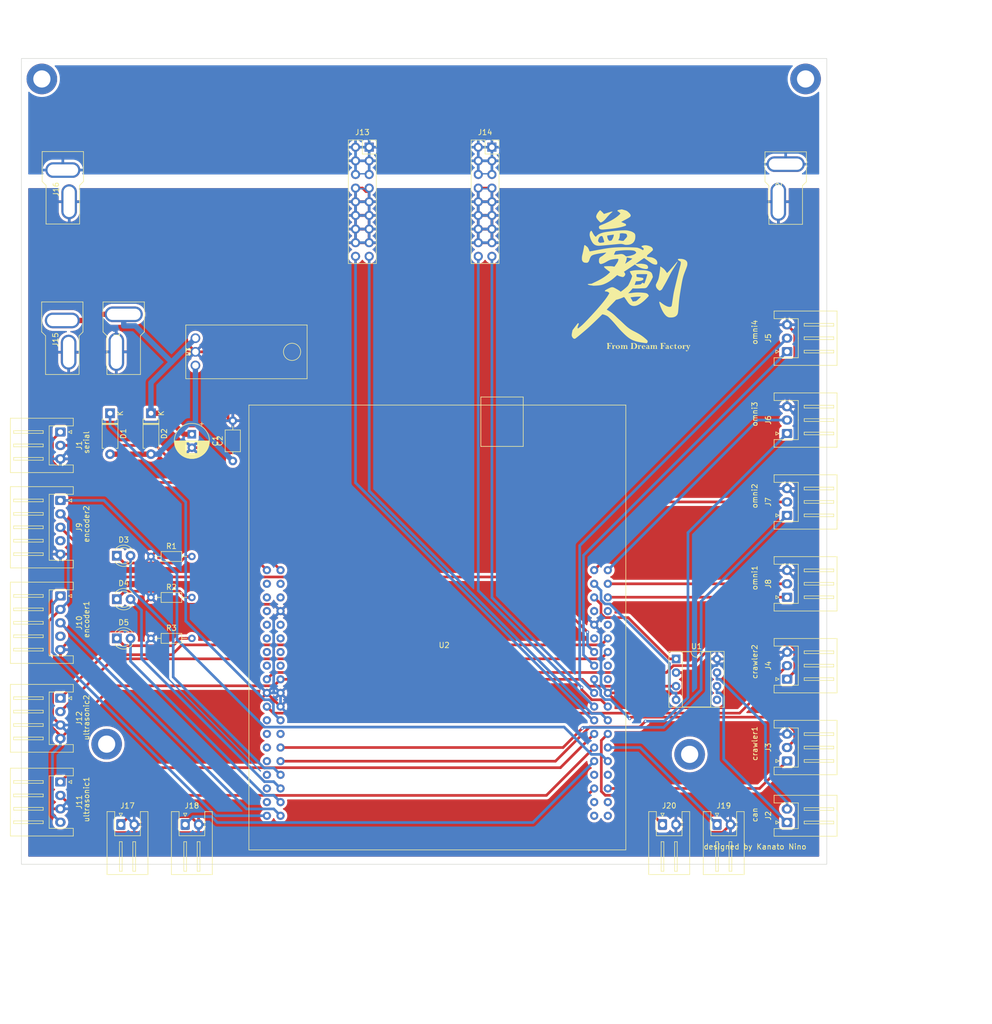
<source format=kicad_pcb>
(kicad_pcb (version 20221018) (generator pcbnew)
  (layers (0 "F.Cu" signal) (31 "B.Cu" signal) (34 "B.Paste" user) (35 "F.Paste" user) (36 "B.SilkS" user "B.Silkscreen") (37 "F.SilkS" user "F.Silkscreen") (38 "B.Mask" user) (39 "F.Mask" user) (44 "Edge.Cuts" user))
  (net 0 "")
  (net 1 "GND")
  (net 2 "Net-(D5-K)")
  (net 3 "Net-(D4-K)")
  (net 4 "Net-(D3-K)")
  (net 5 "+BATT")
  (net 6 "5vin")
  (net 7 "CAN_TD")
  (net 9 "CAN_L")
  (net 10 "5vOut")
  (net 11 "CAN_H")
  (net 12 "CAN_RD")
  (net 13 "serial_TX")
  (net 14 "serial_RX")
  (net 27 "3vOut")
  (net 28 "Caterpillar2_D")
  (net 29 "Caterpillar2_P")
  (net 31 "Net-(D1-A1)")
  (net 35 "Omni2_D")
  (net 37 "Omni3_D")
  (net 39 "LED1")
  (net 41 "LED2")
  (net 43 "LED3")
  (net 44 "1b")
  (net 45 "1a")
  (net 46 "Omni2_P")
  (net 47 "Omni3_P")
  (net 48 "Omni1_P")
  (net 49 "Omni1_D")
  (net 54 "Sonic2_trigger")
  (net 55 "2a")
  (net 56 "Sonic2_echo")
  (net 57 "Omni4_D")
  (net 59 "Caterpillar1_P")
  (net 61 "Omni4_P")
  (net 62 "Updown2_P")
  (net 63 "Updown2_D")
  (net 64 "Updown1_P")
  (net 65 "Updown1_D")
  (net 66 "Sonic1_trigger")
  (net 67 "Limit1")
  (net 68 "Limit4")
  (net 69 "Limit2")
  (net 70 "Limit3")
  (net 71 "2b")
  (net 74 "Sonic1_echo")
  (net 75 "Caterpillar1_D")
  (net 80 "4cell")
  (footprint "Connector_JST:JST_XH_S2B-XH-A_1x02_P2.50mm_Horizontal" (layer "F.Cu") (at 44.47 156.57)
    (fp_text reference "J18")
    (fp_text value "Connector_Conn_01x02_Male")
  )
  (footprint "Capacitor_THT:CP_Radial_D6.3mm_P2.50mm" (layer "F.Cu") (at 45.72 83.92 -90)
    (fp_text reference "C1")
    (fp_text value "CP1")
  )
  (footprint "Regulator:NJM7805FA" (layer "F.Cu") (at 46.38 66.04 90)
    (fp_text reference "U3")
    (fp_text value "L7805")
  )
  (footprint "Connector_PinSocket_2.54mm:PinSocket_2x09_P2.54mm_Vertical" (layer "F.Cu") (at 78.74 30.48)
    (fp_text reference "J13")
    (fp_text value "Conn_02x09_Odd_Even")
  )
  (footprint "MountingHole:MountingHole_3.2mm_M3_ISO7380_Pad" (layer "F.Cu") (at 160.02 17.78)
    (fp_text reference "H2" hide)
    (fp_text value "MountingHole")
  )
  (footprint "Connector_JST:JST_XH_S2B-XH-A_1x02_P2.50mm_Horizontal" (layer "F.Cu") (at 32.48 156.57)
    (fp_text reference "J17")
    (fp_text value "Connector_Conn_01x02_Male")
  )
  (footprint "Connector_PinSocket_2.54mm:PinSocket_2x09_P2.54mm_Vertical" (layer "F.Cu") (at 101.6 30.48)
    (fp_text reference "J14")
    (fp_text value "Conn_02x09_Odd_Even")
  )
  (footprint "Connector_JST:JST_XH_S3B-XH-A_1x03_P2.50mm_Horizontal" (layer "F.Cu") (at 156.57 144.74 90)
    (fp_text reference "J3")
    (fp_text value "Conn_01x03_Male")
  )
  (footprint "Diode_THT:D_A-405_P7.62mm_Horizontal" (layer "F.Cu") (at 38.1 80.01 -90)
    (fp_text reference "D2")
    (fp_text value "1.5KExxA")
  )
  (footprint "Connector_T:Connector_T_Female" (layer "F.Cu") (at 156.315 33.29 -90)
    (fp_text reference "J22")
    (fp_text value "Conn_01x02_Female")
  )
  (footprint "MountingHole:MountingHole_3.2mm_M3_ISO7380_Pad" (layer "F.Cu") (at 138.43 143.51)
    (fp_text reference "H4" hide)
    (fp_text value "MountingHole")
  )
  (footprint "Connector_T:Connector_T_Female" (layer "F.Cu") (at 33.02 61.24 -90)
    (fp_text reference "J21")
    (fp_text value "Conn_01x02_Female")
  )
  (footprint "LED_THT:LED_D3.0mm" (layer "F.Cu") (at 31.75 106.535)
    (fp_text reference "D3")
    (fp_text value "LED")
  )
  (footprint "Connector_JST:JST_XH_S3B-XH-A_1x03_P2.50mm_Horizontal" (layer "F.Cu") (at 156.57 68.54 90)
    (fp_text reference "J5")
    (fp_text value "Conn_01x03_Male")
  )
  (footprint "Connector_JST:JST_XH_S3B-XH-A_1x03_P2.50mm_Horizontal" (layer "F.Cu") (at 156.57 83.78 90)
    (fp_text reference "J6")
    (fp_text value "Conn_01x03_Male")
  )
  (footprint "Connector_JST:JST_XH_S2B-XH-A_1x02_P2.50mm_Horizontal" (layer "F.Cu") (at 133.37 156.57)
    (fp_text reference "J20")
    (fp_text value "Connector_Conn_01x02_Male")
  )
  (footprint "Connector_JST:JST_XH_S5B-XH-A_1x05_P2.50mm_Horizontal" (layer "F.Cu") (at 21.23 114.02 -90)
    (fp_text reference "J10")
    (fp_text value "Conn_01x05_Male")
  )
  (footprint "Connector_JST:JST_XH_S3B-XH-A_1x03_P2.50mm_Horizontal" (layer "F.Cu") (at 156.57 99.02 90)
    (fp_text reference "J7")
    (fp_text value "Conn_01x03_Male")
  )
  (footprint "Connector_JST:JST_XH_S4B-XH-A_1x04_P2.50mm_Horizontal" (layer "F.Cu") (at 21.23 133.05 -90)
    (fp_text reference "J12")
    (fp_text value "Conn_01x04_Male")
  )
  (footprint "Connector_T:Connector_T_Male" (layer "F.Cu") (at 21.685 33.24 -90)
    (fp_text reference "J16")
    (fp_text value "Conn_01x02_Male")
  )
  (footprint "NUCLEO_f446:Nucleof446re" (layer "F.Cu") (at 59.69 154.94)
    (fp_text reference "U2")
    (fp_text value "Nucleo_f446RE")
  )
  (footprint "MountingHole:MountingHole_3.2mm_M3_ISO7380_Pad" (layer "F.Cu") (at 29.845 141.605)
    (fp_text reference "H3" hide)
    (fp_text value "MountingHole")
  )
  (footprint "Capacitor_THT:C_Axial_L3.8mm_D2.6mm_P7.50mm_Horizontal" (layer "F.Cu") (at 53.34 88.9 90)
    (fp_text reference "C2")
    (fp_text value "C")
  )
  (footprint "LED_THT:LED_D3.0mm" (layer "F.Cu") (at 31.75 114.625)
    (fp_text reference "D4")
    (fp_text value "LED")
  )
  (footprint "Connector_JST:JST_XH_S2B-XH-A_1x02_P2.50mm_Horizontal" (layer "F.Cu") (at 156.57 156.19 90)
    (fp_text reference "J2")
    (fp_text value "Conn_01x02_Male")
  )
  (footprint "Connector_JST:JST_XH_S4B-XH-A_1x04_P2.50mm_Horizontal" (layer "F.Cu") (at 21.23 148.65 -90)
    (fp_text reference "J11")
    (fp_text value "Conn_01x04_Male")
  )
  (footprint "Connector_JST:JST_XH_S3B-XH-A_1x03_P2.50mm_Horizontal" (layer "F.Cu") (at 156.57 129.5 90)
    (fp_text reference "J4")
    (fp_text value "Conn_01x03_Male")
  )
  (footprint "MountingHole:MountingHole_3.2mm_M3_ISO7380_Pad" (layer "F.Cu") (at 17.78 17.78)
    (fp_text reference "H1" hide)
    (fp_text value "MountingHole")
  )
  (footprint "Resistor_THT:R_Axial_DIN0204_L3.6mm_D1.6mm_P7.62mm_Horizontal" (layer "F.Cu") (at 38.1 106.68)
    (fp_text reference "R1")
    (fp_text value "R")
  )
  (footprint "Connector_JST:JST_XH_S3B-XH-A_1x03_P2.50mm_Horizontal" (layer "F.Cu") (at 21.23 83.5 -90)
    (fp_text reference "J1")
    (fp_text value "Conn_01x03_Male")
  )
  (footprint "LED_THT:LED_D3.0mm" (layer "F.Cu") (at 31.75 121.92)
    (fp_text reference "D5")
    (fp_text value "LED")
  )
  (footprint "Connector_JST:JST_XH_S5B-XH-A_1x05_P2.50mm_Horizontal" (layer "F.Cu") (at 21.23 96.24 -90)
    (fp_text reference "J9")
    (fp_text value "Conn_01x05_Male")
  )
  (footprint "Resistor_THT:R_Axial_DIN0204_L3.6mm_D1.6mm_P7.62mm_Horizontal" (layer "F.Cu") (at 38.1 121.92)
    (fp_text reference "R3")
    (fp_text value "R")
  )
  (footprint "Connector_JST:JST_XH_S3B-XH-A_1x03_P2.50mm_Horizontal" (layer "F.Cu") (at 156.57 114.26 90)
    (fp_text reference "J8")
    (fp_text value "Conn_01x03_Male")
  )
  (footprint "Musojin_logo:musojin_logo50x28" (layer "F.Cu") (at 125.095 55.88)
    (fp_text reference "G***" hide)
    (fp_text value "LOGO" hide)
  )
  (footprint "Connector_T:Connector_T_Male" (layer "F.Cu") (at 21.59 61.24 -90)
    (fp_text reference "J15")
    (fp_text value "Conn_01x02_Male")
  )
  (footprint "Resistor_THT:R_Axial_DIN0204_L3.6mm_D1.6mm_P7.62mm_Horizontal" (layer "F.Cu") (at 38.1 114.3)
    (fp_text reference "R2")
    (fp_text value "R")
  )
  (footprint "Connector_JST:JST_XH_S2B-XH-A_1x02_P2.50mm_Horizontal" (layer "F.Cu") (at 143.53 156.57)
    (fp_text reference "J19")
    (fp_text value "Connector_Conn_01x02_Male")
  )
  (footprint "Diode_THT:D_A-405_P7.62mm_Horizontal" (layer "F.Cu") (at 30.48 80.01 -90)
    (fp_text reference "D1")
    (fp_text value "1.5KExxA")
  )
  (footprint "Package_DIP:DIP-8_W7.62mm_Socket" (layer "F.Cu") (at 135.9 125.74)
    (fp_text reference "U1")
    (fp_text value "MCP2561-E-MF")
  )
  (gr_rect (start 13.97 13.97) (end 163.97 163.97) (stroke (width 0.1)) (fill none) (layer "Edge.Cuts"))
  (gr_text "omni4" (at 151.13 67.31 90) (layer "F.SilkS") (effects (font (size 1 1)) (justify left bottom)))
  (gr_text "designed by Kanato Nino" (at 140.97 161.29) (layer "F.SilkS") (effects (font (size 1 1)) (justify left bottom)))
  (gr_text "ultrasonic1" (at 26.67 156.21 90) (layer "F.SilkS") (effects (font (size 1 1)) (justify left bottom)))
  (gr_text "crawler1" (at 151.13 144.78 90) (layer "F.SilkS") (effects (font (size 1 1)) (justify left bottom)))
  (gr_text "ultrasonic2" (at 26.67 140.97 90) (layer "F.SilkS") (effects (font (size 1 1)) (justify left bottom)))
  (gr_text "crawler2" (at 151.13 129.54 90) (layer "F.SilkS") (effects (font (size 1 1)) (justify left bottom)))
  (gr_text "can" (at 151.13 156.21 90) (layer "F.SilkS") (effects (font (size 1 1)) (justify left bottom)))
  (gr_text "omni3" (at 151.13 82.55 90) (layer "F.SilkS") (effects (font (size 1 1)) (justify left bottom)))
  (gr_text "serial" (at 26.67 87.63 90) (layer "F.SilkS") (effects (font (size 1 1)) (justify left bottom)))
  (gr_text "encoder2" (at 26.67 104.14 90) (layer "F.SilkS") (effects (font (size 1 1)) (justify left bottom)))
  (gr_text "omni1" (at 151.13 113.03 90) (layer "F.SilkS") (effects (font (size 1 1)) (justify left bottom)))
  (gr_text "omni2" (at 151.13 97.79 90) (layer "F.SilkS") (effects (font (size 1 1)) (justify left bottom)))
  (gr_text "encoder1" (at 26.67 121.92 90) (layer "F.SilkS") (effects (font (size 1 1)) (justify left bottom)))
  (segment (start 78.74 45.72) (end 77.5003 45.72) (width 0.5) (layer "F.Cu") (net 1))
  (segment (start 139.7297 128.28) (end 142.2697 125.74) (width 0.5) (layer "F.Cu") (net 1))
  (segment (start 52.0897 81.4) (end 47.0697 86.42) (width 0.5) (layer "F.Cu") (net 1))
  (segment (start 143.52 125.74) (end 142.2697 125.74) (width 0.5) (layer "F.Cu") (net 1))
  (segment (start 45.5187 155.1187) (end 37.7316 155.1187) (width 0.5) (layer "F.Cu") (net 1))
  (segment (start 38.1 121.92) (end 36.7496 120.5696) (width 0.5) (layer "F.Cu") (net 1))
  (segment (start 21.23 124.02) (end 21.23 125.3203) (width 0.5) (layer "F.Cu") (net 1))
  (segment (start 78.74 45.72) (end 78.74 43.18) (width 0.5) (layer "F.Cu") (net 1))
  (segment (start 99.06 38.1) (end 101.6 38.1) (width 0.5) (layer "F.Cu") (net 1))
  (segment (start 157.9964 76.0533) (end 156.57 77.4797) (width 0.5) (layer "F.Cu") (net 1))
  (segment (start 46.97 156.57) (end 45.5187 155.1187) (width 0.5) (layer "F.Cu") (net 1))
  (segment (start 78.74 38.7501) (end 78.1504 38.7501) (width 0.5) (layer "F.Cu") (net 1))
  (segment (start 101.6 43.18) (end 100.3603 43.18) (width 0.5) (layer "F.Cu") (net 1))
  (segment (start 146.03 156.57) (end 144.5787 158.0213) (width 0.5) (layer "F.Cu") (net 1))
  (segment (start 36.7496 120.5696) (end 24.6804 120.5696) (width 0.5) (layer "F.Cu") (net 1))
  (segment (start 52.4571 68.58) (end 52.4571 81.4) (width 0.5) (layer "F.Cu") (net 1))
  (segment (start 39.37 115.57) (end 36.7496 118.1904) (width 0.5) (layer "F.Cu") (net 1))
  (segment (start 31.645 68.59) (end 29.7447 68.59) (width 0.5) (layer "F.Cu") (net 1))
  (segment (start 78.74 40.64) (end 78.74 39.4003) (width 0.5) (layer "F.Cu") (net 1))
  (segment (start 138.6216 158.0213) (end 137.1703 156.57) (width 0.5) (layer "F.Cu") (net 1))
  (segment (start 52.4571 68.58) (end 46.38 68.58) (width 0.5) (layer "F.Cu") (net 1))
  (segment (start 54.5797 68.58) (end 52.4571 68.58) (width 0.5) (layer "F.Cu") (net 1))
  (segment (start 34.98 156.57) (end 36.2803 156.57) (width 0.5) (layer "F.Cu") (net 1))
  (segment (start 99.06 43.18) (end 100.3603 43.18) (width 0.5) (layer "F.Cu") (net 1))
  (segment (start 38.1 114.3) (end 39.37 115.57) (width 0.5) (layer "F.Cu") (net 1))
  (segment (start 76.2 48.26) (end 74.8997 48.26) (width 0.5) (layer "F.Cu") (net 1))
  (segment (start 99.06 48.26) (end 97.7597 48.26) (width 0.5) (layer "F.Cu") (net 1))
  (segment (start 47.0697 86.42) (end 45.72 86.42) (width 0.5) (layer "F.Cu") (net 1))
  (segment (start 60.96 115.57) (end 62.23 116.84) (width 0.5) (layer "F.Cu") (net 1))
  (segment (start 19.7825 126.7678) (end 21.23 125.3203) (width 0.5) (layer "F.Cu") (net 1))
  (segment (start 99.06 45.72) (end 100.3603 45.72) (width 0.5) (layer "F.Cu") (net 1))
  (segment (start 39.37 115.57) (end 60.96 115.57) (width 0.5) (layer "F.Cu") (net 1))
  (segment (start 76.2 43.18) (end 77.5003 43.18) (width 0.5) (layer "F.Cu") (net 1))
  (segment (start 78.74 48.26) (end 78.74 47.0203) (width 0.5) (layer "F.Cu") (net 1))
  (segment (start 37.7316 155.1187) (end 36.2803 156.57) (width 0.5) (layer "F.Cu") (net 1))
  (segment (start 24.6804 120.5696) (end 21.23 124.02) (width 0.5) (layer "F.Cu") (net 1))
  (segment (start 78.74 38.7501) (end 78.74 39.4003) (width 0.5) (layer "F.Cu") (net 1))
  (segment (start 76.2 45.72) (end 77.5003 45.72) (width 0.5) (layer "F.Cu") (net 1))
  (segment (start 78.74 46.3701) (end 78.74 47.0203) (width 0.5) (layer "F.Cu") (net 1))
  (segment (start 78.1504 38.7501) (end 77.5003 38.1) (width 0.5) (layer "F.Cu") (net 1))
  (segment (start 24.6804 120.5696) (end 24.6804 110.9907) (width 0.5) (layer "F.Cu") (net 1))
  (segment (start 99.06 40.64) (end 101.6 40.64) (width 0.5) (layer "F.Cu") (net 1))
  (segment (start 31.645 68.59) (end 33.5453 68.59) (width 0.5) (layer "F.Cu") (net 1))
  (segment (start 22.765 68.64) (end 29.6947 68.64) (width 0.5) (layer "F.Cu") (net 1))
  (segment (start 137.1575 128.28) (end 137.1575 131.349) (width 0.5) (layer "F.Cu") (net 1))
  (segment (start 156.57 63.54) (end 157.9964 64.9664) (width 0.5) (layer "F.Cu") (net 1))
  (segment (start 74.8997 48.26) (end 54.5797 68.58) (width 0.5) (layer "F.Cu") (net 1))
  (segment (start 101.6 45.72) (end 101.6 43.18) (width 0.5) (layer "F.Cu") (net 1))
  (segment (start 33.5553 68.58) (end 33.5453 68.59) (width 0.5) (layer "F.Cu") (net 1))
  (segment (start 46.38 68.58) (end 33.5553 68.58) (width 0.5) (layer "F.Cu") (net 1))
  (segment (start 136.4265 132.08) (end 123.19 132.08) (width 0.5) (layer "F.Cu") (net 1))
  (segment (start 137.1575 131.349) (end 136.4265 132.08) (width 0.5) (layer "F.Cu") (net 1))
  (segment (start 29.6947 68.64) (end 29.7447 68.59) (width 0.5) (layer "F.Cu") (net 1))
  (segment (start 78.74 48.26) (end 97.7597 48.26) (width 0.5) (layer "F.Cu") (net 1))
  (segment (start 78.74 43.18) (end 77.5003 43.18) (width 0.5) (layer "F.Cu") (net 1))
  (segment (start 137.1575 128.28) (end 139.7297 128.28) (width 0.5) (layer "F.Cu") (net 1))
  (segment (start 76.2 40.64) (end 78.74 40.64) (width 0.5) (layer "F.Cu") (net 1))
  (segment (start 76.2 38.1) (end 77.5003 38.1) (width 0.5) (layer "F.Cu") (net 1))
  (segment (start 101.6 40.64) (end 154.94 40.64) (width 0.5) (layer "F.Cu") (net 1))
  (segment (start 101.6 46.3701) (end 101.6 45.72) (width 0.5) (layer "F.Cu") (net 1))
  (segment (start 135.87 156.57) (end 137.1703 156.57) (width 0.5) (layer "F.Cu") (net 1))
  (segment (start 36.7496 118.1904) (end 36.7496 120.5696) (width 0.5) (layer "F.Cu") (net 1))
  (segment (start 144.5787 158.0213) (end 138.6216 158.0213) (width 0.5) (layer "F.Cu") (net 1))
  (segment (start 24.6804 110.9907) (end 21.23 107.5403) (width 0.5) (layer "F.Cu") (net 1))
  (segment (start 21.23 106.24) (end 21.23 107.5403) (width 0.5) (layer "F.Cu") (net 1))
  (segment (start 78.74 48.26) (end 76.2 48.26) (width 0.5) (layer "F.Cu") (net 1))
  (segment (start 78.74 38.1) (end 78.74 38.7501) (width 0.5) (layer "F.Cu") (net 1))
  (segment (start 78.74 46.3701) (end 78.74 45.72) (width 0.5) (layer "F.Cu") (net 1))
  (segment (start 157.9964 64.9664) (end 157.9964 76.0533) (width 0.5) (layer "F.Cu") (net 1))
  (segment (start 21.23 138.05) (end 19.7825 136.6025) (width 0.5) (layer "F.Cu") (net 1))
  (segment (start 52.4571 81.4) (end 52.0897 81.4) (width 0.5) (layer "F.Cu") (net 1))
  (segment (start 53.34 81.4) (end 52.4571 81.4) (width 0.5) (layer "F.Cu") (net 1))
  (segment (start 135.9 128.28) (end 137.1575 128.28) (width 0.5) (layer "F.Cu") (net 1))
  (segment (start 101.6 45.72) (end 100.3603 45.72) (width 0.5) (layer "F.Cu") (net 1))
  (segment (start 101.6 46.3701) (end 101.6 47.0203) (width 0.5) (layer "F.Cu") (net 1))
  (segment (start 156.57 78.78) (end 156.57 77.4797) (width 0.5) (layer "F.Cu") (net 1))
  (segment (start 101.6 48.26) (end 101.6 47.0203) (width 0.5) (layer "F.Cu") (net 1))
  (segment (start 101.6 48.26) (end 99.06 48.26) (width 0.5) (layer "F.Cu") (net 1))
  (segment (start 19.7825 136.6025) (end 19.7825 126.7678) (width 0.5) (layer "F.Cu") (net 1))
  (segment (start 22.765 68.64) (end 22.765 86.965) (width 0.5) (layer "B.Cu") (net 1))
  (segment (start 142.2688 152.8088) (end 146.03 156.57) (width 0.5) (layer "B.Cu") (net 1))
  (segment (start 22.765 86.965) (end 21.23 88.5) (width 0.5) (layer "B.Cu") (net 1))
  (segment (start 123.19 131.8808) (end 123.19 132.08) (width 0.5) (layer "B.Cu") (net 1))
  (segment (start 155.1126 136.9823) (end 155.1126 126.6686) (width 0.5) (layer "B.Cu") (net 1))
  (segment (start 143.52 125.74) (end 143.52 126.6686) (width 0.5) (layer "B.Cu") (net 1))
  (segment (start 60.96 118.11) (end 62.23 116.84) (width 0.5) (layer "B.Cu") (net 1))
  (segment (start 31.1978 64.5897) (end 31.645 64.5897) (width 0.5) (layer "B.Cu") (net 1))
  (segment (start 142.2688 127.6945) (end 142.2688 152.8088) (width 0.5) (layer "B.Cu") (net 1))
  (segment (start 155.1126 125.9574) (end 156.57 124.5) (width 0.5) (layer "B.Cu") (net 1))
  (segment (start 158.0677 121.702) (end 158.0677 110.7577) (width 0.5) (layer "B.Cu") (net 1))
  (segment (start 158.0175 80.2275) (end 158.0175 91.2722) (width 0.5) (layer "B.Cu") (net 1))
  (segment (start 156.57 124.5) (end 156.57 123.1997) (width 0.5) (layer "B.Cu") (net 1))
  (segment (start 19.7825 104.7925) (end 19.7825 91.2478) (width 0.5) (layer "B.Cu") (net 1))
  (segment (start 76.2 43.18) (end 76.2 40.64) (width 0.5) (layer "B.Cu") (net 1))
  (segment (start 22.86 40.64) (end 22.86 56.2519) (width 0.5) (layer "B.Cu") (net 1))
  (segment (start 156.57 46.2703) (end 156.57 63.54) (width 0.5) (layer "B.Cu") (net 1))
  (segment (start 143.52 126.6686) (end 143.52 126.9903) (width 0.5) (layer "B.Cu") (net 1))
  (segment (start 31.645 68.59) (end 31.645 64.5897) (width 0.5) (layer "B.Cu") (net 1))
  (segment (start 120.65 119.38) (end 121.92 120.65) (width 0.5) (layer "B.Cu") (net 1))
  (segment (start 158.0175 91.2722) (end 156.57 92.7197) (width 0.5) (layer "B.Cu") (net 1))
  (segment (start 99.06 40.64) (end 99.06 38.1) (width 0.5) (layer "B.Cu") (net 1))
  (segment (start 158.0677 110.7577) (end 156.57 109.26) (width 0.5) (layer "B.Cu") (net 1))
  (segment (start 21.23 138.05) (end 22.6613 139.4813) (width 0.5) (layer "B.Cu") (net 1))
  (segment (start 38.1 114.3) (end 38.1 106.68) (width 0.5) (layer "B.Cu") (net 1))
  (segment (start 62.23 134.62) (end 62.23 132.08) (width 0.5) (layer "B.Cu") (net 1))
  (segment (start 157.9964 95.4464) (end 157.9964 106.5333) (width 0.5) (layer "B.Cu") (net 1))
  (segment (start 156.57 78.78) (end 158.0175 80.2275) (width 0.5) (layer "B.Cu") (net 1))
  (segment (start 22.6613 139.4813) (end 22.6613 152.2187) (width 0.5) (layer "B.Cu") (net 1))
  (segment (start 99.06 43.18) (end 99.06 40.64) (width 0.5) (layer "B.Cu") (net 1))
  (segment (start 155.1126 126.6686) (end 155.1126 125.9574) (width 0.5) (layer "B.Cu") (net 1))
  (segment (start 156.57 139.74) (end 156.57 138.4397) (width 0.5) (layer "B.Cu") (net 1))
  (segment (start 22.86 56.2519) (end 31.1978 64.5897) (width 0.5) (layer "B.Cu") (net 1))
  (segment (start 22.6613 152.2187) (end 30.6287 152.2187) (width 0.5) (layer "B.Cu") (net 1))
  (segment (start 143.52 126.9903) (end 142.973 126.9903) (width 0.5) (layer "B.Cu") (net 1))
  (segment (start 21.23 106.24) (end 19.7825 104.7925) (width 0.5) (layer "B.Cu") (net 1))
  (segment (start 30.6287 152.2187) (end 34.98 156.57) (width 0.5) (layer "B.Cu") (net 1))
  (segment (start 156.57 109.26) (end 156.57 107.9597) (width 0.5) (layer "B.Cu") (net 1))
  (segment (start 156.57 123.1997) (end 158.0677 121.702) (width 0.5) (layer "B.Cu") (net 1))
  (segment (start 156.57 94.02) (end 157.9964 95.4464) (width 0.5) (layer "B.Cu") (net 1))
  (segment (start 156.57 138.4397) (end 155.1126 136.9823) (width 0.5) (layer "B.Cu") (net 1))
  (segment (start 154.94 40.64) (end 154.94 44.6403) (width 0.5) (layer "B.Cu") (net 1))
  (segment (start 157.9964 106.5333) (end 156.57 107.9597) (width 0.5) (layer "B.Cu") (net 1))
  (segment (start 60.96 132.08) (end 60.96 118.11) (width 0.5) (layer "B.Cu") (net 1))
  (segment (start 121.92 120.65) (end 121.92 130.6108) (width 0.5) (layer "B.Cu") (net 1))
  (segment (start 60.96 132.08) (end 59.69 132.08) (width 0.5) (layer "B.Cu") (net 1))
  (segment (start 156.57 94.02) (end 156.57 92.7197) (width 0.5) (layer "B.Cu") (net 1))
  (segment (start 155.1126 126.6686) (end 143.52 126.6686) (width 0.5) (layer "B.Cu") (net 1))
  (segment (start 62.23 132.08) (end 60.96 132.08) (width 0.5) (layer "B.Cu") (net 1))
  (segment (start 154.94 44.6403) (end 156.57 46.2703) (width 0.5) (layer "B.Cu") (net 1))
  (segment (start 142.973 126.9903) (end 142.2688 127.6945) (width 0.5) (layer "B.Cu") (net 1))
  (segment (start 121.92 130.6108) (end 123.19 131.8808) (width 0.5) (layer "B.Cu") (net 1))
  (segment (start 22.6613 152.2187) (end 21.23 153.65) (width 0.5) (layer "B.Cu") (net 1))
  (segment (start 21.23 88.5) (end 21.23 89.8003) (width 0.5) (layer "B.Cu") (net 1))
  (segment (start 19.7825 91.2478) (end 21.23 89.8003) (width 0.5) (layer "B.Cu") (net 1))
  (segment (start 33.1094 123.2794) (end 31.75 121.92) (width 0.5) (layer "F.Cu") (net 2))
  (segment (start 44.5697 121.92) (end 43.5793 121.92) (width 0.5) (layer "F.Cu") (net 2))
  (segment (start 45.72 121.92) (end 44.5697 121.92) (width 0.5) (layer "F.Cu") (net 2))
  (segment (start 43.5793 121.92) (end 42.2199 123.2794) (width 0.5) (layer "F.Cu") (net 2))
  (segment (start 42.2199 123.2794) (end 33.1094 123.2794) (width 0.5) (layer "F.Cu") (net 2))
  (segment (start 44.5697 114.3) (end 43.4186 113.1489) (width 0.5) (layer "F.Cu") (net 3))
  (segment (start 43.4186 113.1489) (end 33.2261 113.1489) (width 0.5) (layer "F.Cu") (net 3))
  (segment (start 45.72 114.3) (end 44.5697 114.3) (width 0.5) (layer "F.Cu") (net 3))
  (segment (start 33.2261 113.1489) (end 31.75 114.625) (width 0.5) (layer "F.Cu") (net 3))
  (segment (start 44.5697 106.68) (end 43.3541 107.8956) (width 0.5) (layer "F.Cu") (net 4))
  (segment (start 45.72 106.68) (end 44.5697 106.68) (width 0.5) (layer "F.Cu") (net 4))
  (segment (start 43.3541 107.8956) (end 33.1106 107.8956) (width 0.5) (layer "F.Cu") (net 4))
  (segment (start 33.1106 107.8956) (end 31.75 106.535) (width 0.5) (layer "F.Cu") (net 4))
  (segment (start 33.02 61.59) (end 28.7697 61.59) (width 1) (layer "F.Cu") (net 5))
  (segment (start 27.6197 62.74) (end 28.7697 61.59) (width 1) (layer "F.Cu") (net 5))
  (segment (start 21.59 62.74) (end 27.6197 62.74) (width 1) (layer "F.Cu") (net 5))
  (segment (start 40.3097 80.01) (end 44.2197 83.92) (width 1) (layer "F.Cu") (net 5))
  (segment (start 38.1 80.01) (end 40.3097 80.01) (width 1) (layer "F.Cu") (net 5))
  (segment (start 45.72 83.92) (end 44.2197 83.92) (width 1) (layer "F.Cu") (net 5))
  (segment (start 35.1703 63.7403) (end 33.02 63.7403) (width 1) (layer "B.Cu") (net 5))
  (segment (start 41.925 70.495) (end 38.1 74.32) (width 1) (layer "B.Cu") (net 5))
  (segment (start 46.38 66.04) (end 41.925 70.495) (width 1) (layer "B.Cu") (net 5))
  (segment (start 33.02 61.59) (end 33.02 63.7403) (width 1) (layer "B.Cu") (net 5))
  (segment (start 41.925 70.495) (end 35.1703 63.7403) (width 1) (layer "B.Cu") (net 5))
  (segment (start 38.1 74.32) (end 38.1 80.01) (width 1) (layer "B.Cu") (net 5))
  (segment (start 30.48 87.63) (end 38.1 87.63) (width 1) (layer "F.Cu") (net 6))
  (segment (start 38.1 87.63) (end 39.7003 87.63) (width 1) (layer "B.Cu") (net 6))
  (segment (start 39.7003 87.3299) (end 45.0902 81.94) (width 1) (layer "B.Cu") (net 6))
  (segment (start 46.38 71.12) (end 46.38 81.94) (width 1) (layer "B.Cu") (net 6))
  (segment (start 46.38 81.94) (end 53.34 88.9) (width 1) (layer "B.Cu") (net 6))
  (segment (start 45.0902 81.94) (end 46.38 81.94) (width 1) (layer "B.Cu") (net 6))
  (segment (start 39.7003 87.63) (end 39.7003 87.3299) (width 1) (layer "B.Cu") (net 6))
  (segment (start 134.6497 125.74) (end 126.9621 118.0524) (width 0.5) (layer "F.Cu") (net 7))
  (segment (start 121.92 117.3187) (end 121.92 115.57) (width 0.5) (layer "F.Cu") (net 7))
  (segment (start 122.6537 118.0524) (end 121.92 117.3187) (width 0.5) (layer "F.Cu") (net 7))
  (segment (start 121.92 115.57) (end 120.65 114.3) (width 0.5) (layer "F.Cu") (net 7))
  (segment (start 126.9621 118.0524) (end 122.6537 118.0524) (width 0.5) (layer "F.Cu") (net 7))
  (segment (start 135.9 125.74) (end 134.6497 125.74) (width 0.5) (layer "F.Cu") (net 7))
  (segment (start 144.7703 132.7735) (end 144.7703 144.3903) (width 0.5) (layer "B.Cu") (net 9))
  (segment (start 143.52 130.82) (end 143.52 132.0703) (width 0.5) (layer "B.Cu") (net 9))
  (segment (start 144.7703 144.3903) (end 156.57 156.19) (width 0.5) (layer "B.Cu") (net 9))
  (segment (start 143.52 132.0703) (end 144.0671 132.0703) (width 0.5) (layer "B.Cu") (net 9))
  (segment (start 144.0671 132.0703) (end 144.7703 132.7735) (width 0.5) (layer "B.Cu") (net 9))
  (segment (start 118.4525 129.54) (end 119.7325 130.82) (width 0.5) (layer "F.Cu") (net 10))
  (segment (start 21.4878 140.2922) (end 19.0666 137.871) (width 0.5) (layer "F.Cu") (net 10))
  (segment (start 19.0666 137.871) (end 19.0666 118.6834) (width 0.5) (layer "F.Cu") (net 10))
  (segment (start 21.4878 140.2922) (end 21.23 140.55) (width 0.5) (layer "F.Cu") (net 10))
  (segment (start 19.0666 118.6834) (end 21.23 116.52) (width 0.5) (layer "F.Cu") (net 10))
  (segment (start 61.0176 130.7524) (end 31.0276 130.7524) (width 0.5) (layer "F.Cu") (net 10))
  (segment (start 62.23 129.54) (end 61.0176 130.7524) (width 0.5) (layer "F.Cu") (net 10))
  (segment (start 31.0276 130.7524) (end 21.4878 140.2922) (width 0.5) (layer "F.Cu") (net 10))
  (segment (start 119.7325 130.82) (end 135.9 130.82) (width 0.5) (layer "F.Cu") (net 10))
  (segment (start 62.23 129.54) (end 118.4525 129.54) (width 0.5) (layer "F.Cu") (net 10))
  (segment (start 19.7517 143.3286) (end 21.23 141.8503) (width 0.5) (layer "B.Cu") (net 10))
  (segment (start 21.23 116.52) (end 22.6976 115.0524) (width 0.5) (layer "B.Cu") (net 10))
  (segment (start 22.6976 100.2076) (end 21.23 98.74) (width 0.5) (layer "B.Cu") (net 10))
  (segment (start 21.23 156.15) (end 19.7517 154.6717) (width 0.5) (layer "B.Cu") (net 10))
  (segment (start 22.6976 115.0524) (end 22.6976 100.2076) (width 0.5) (layer "B.Cu") (net 10))
  (segment (start 21.23 140.55) (end 21.23 141.8503) (width 0.5) (layer "B.Cu") (net 10))
  (segment (start 19.7517 154.6717) (end 19.7517 143.3286) (width 0.5) (layer "B.Cu") (net 10))
  (segment (start 144.067 129.5303) (end 152.5384 138.0017) (width 0.5) (layer "B.Cu") (net 11))
  (segment (start 143.52 128.28) (end 143.52 129.5303) (width 0.5) (layer "B.Cu") (net 11))
  (segment (start 152.5384 138.0017) (end 152.5384 148.3581) (width 0.5) (layer "B.Cu") (net 11))
  (segment (start 152.5384 148.3581) (end 156.57 152.3897) (width 0.5) (layer "B.Cu") (net 11))
  (segment (start 156.57 153.69) (end 156.57 152.3897) (width 0.5) (layer "B.Cu") (net 11))
  (segment (start 143.52 129.5303) (end 144.067 129.5303) (width 0.5) (layer "B.Cu") (net 11))
  (segment (start 123.5795 115.5124) (end 122.6537 115.5124) (width 0.5) (layer "B.Cu") (net 12))
  (segment (start 134.6497 126.5826) (end 123.5795 115.5124) (width 0.5) (layer "B.Cu") (net 12))
  (segment (start 135.9 133.36) (end 135.9 132.1097) (width 0.5) (layer "B.Cu") (net 12))
  (segment (start 121.92 114.7787) (end 121.92 113.03) (width 0.5) (layer "B.Cu") (net 12))
  (segment (start 135.9 132.1097) (end 135.3529 132.1097) (width 0.5) (layer "B.Cu") (net 12))
  (segment (start 135.3529 132.1097) (end 134.6497 131.4065) (width 0.5) (layer "B.Cu") (net 12))
  (segment (start 121.92 113.03) (end 120.65 111.76) (width 0.5) (layer "B.Cu") (net 12))
  (segment (start 122.6537 115.5124) (end 121.92 114.7787) (width 0.5) (layer "B.Cu") (net 12))
  (segment (start 134.6497 131.4065) (end 134.6497 126.5826) (width 0.5) (layer "B.Cu") (net 12))
  (segment (start 43.3639 92.8939) (end 59.69 109.22) (width 0.5) (layer "F.Cu") (net 13))
  (segment (start 23.6049 92.8939) (end 43.3639 92.8939) (width 0.5) (layer "F.Cu") (net 13))
  (segment (start 19.7515 84.9785) (end 19.7515 89.0405) (width 0.5) (layer "F.Cu") (net 13))
  (segment (start 19.7515 89.0405) (end 23.6049 92.8939) (width 0.5) (layer "F.Cu") (net 13))
  (segment (start 21.23 83.5) (end 19.7515 84.9785) (width 0.5) (layer "F.Cu") (net 13))
  (segment (start 39.01 86) (end 21.23 86) (width 0.5) (layer "F.Cu") (net 14))
  (segment (start 62.23 109.22) (end 39.01 86) (width 0.5) (layer "F.Cu") (net 14))
  (segment (start 158.0042 123.9061) (end 157.2513 123.1532) (width 0.5) (layer "F.Cu") (net 28))
  (segment (start 135.3894 126.9904) (end 134.1098 128.27) (width 0.5) (layer "F.Cu") (net 28))
  (segment (start 158.0042 128.0658) (end 158.0042 123.9061) (width 0.5) (layer "F.Cu") (net 28))
  (segment (start 156.57 129.5) (end 158.0042 128.0658) (width 0.5) (layer "F.Cu") (net 28))
  (segment (start 134.1098 128.27) (end 60.96 128.27) (width 0.5) (layer "F.Cu") (net 28))
  (segment (start 142.7792 123.1532) (end 138.942 126.9904) (width 0.5) (layer "F.Cu") (net 28))
  (segment (start 157.2513 123.1532) (end 142.7792 123.1532) (width 0.5) (layer "F.Cu") (net 28))
  (segment (start 60.96 128.27) (end 59.69 129.54) (width 0.5) (layer "F.Cu") (net 28))
  (segment (start 138.942 126.9904) (end 135.3894 126.9904) (width 0.5) (layer "F.Cu") (net 28))
  (segment (start 59.69 134.62) (end 60.9067 135.8367) (width 0.5) (layer "F.Cu") (net 29))
  (segment (start 147.7333 135.8367) (end 156.57 127) (width 0.5) (layer "F.Cu") (net 29))
  (segment (start 60.9067 135.8367) (end 147.7333 135.8367) (width 0.5) (layer "F.Cu") (net 29))
  (segment (start 62.23 137.16) (end 60.9024 135.8324) (width 0.5) (layer "B.Cu") (net 31))
  (segment (start 30.48 82.4696) (end 30.48 80.01) (width 0.5) (layer "B.Cu") (net 31))
  (segment (start 60.9024 134.0837) (end 60.1687 133.35) (width 0.5) (layer "B.Cu") (net 31))
  (segment (start 44.5696 96.5592) (end 30.48 82.4696) (width 0.5) (layer "B.Cu") (net 31))
  (segment (start 44.5696 118.702) (end 44.5696 96.5592) (width 0.5) (layer "B.Cu") (net 31))
  (segment (start 60.1687 133.35) (end 59.2176 133.35) (width 0.5) (layer "B.Cu") (net 31))
  (segment (start 60.9024 135.8324) (end 60.9024 134.0837) (width 0.5) (layer "B.Cu") (net 31))
  (segment (start 59.2176 133.35) (end 44.5696 118.702) (width 0.5) (layer "B.Cu") (net 31))
  (segment (start 114.8451 142.24) (end 118.4253 138.6598) (width 0.5) (layer "F.Cu") (net 35))
  (segment (start 62.23 142.24) (end 114.8451 142.24) (width 0.5) (layer "F.Cu") (net 35))
  (via (at 118.4253 138.6598) (size 0.6) (drill 0.3) (layers "F.Cu" "B.Cu") (net 35))
  (segment (start 140.5683 131.501) (end 140.5683 115.0217) (width 0.5) (layer "B.Cu") (net 35))
  (segment (start 118.5987 138.4864) (end 133.5829 138.4864) (width 0.5) (layer "B.Cu") (net 35))
  (segment (start 140.5683 115.0217) (end 156.57 99.02) (width 0.5) (layer "B.Cu") (net 35))
  (segment (start 118.4253 138.6598) (end 118.5987 138.4864) (width 0.5) (layer "B.Cu") (net 35))
  (segment (start 133.5829 138.4864) (end 140.5683 131.501) (width 0.5) (layer "B.Cu") (net 35))
  (segment (start 62.23 144.78) (end 113.4379 144.78) (width 0.5) (layer "F.Cu") (net 37))
  (segment (start 113.4379 144.78) (end 119.7878 138.4301) (width 0.5) (layer "F.Cu") (net 37))
  (segment (start 119.7878 138.4301) (end 129.1045 138.4301) (width 0.5) (layer "F.Cu") (net 37))
  (segment (start 129.1045 138.4301) (end 130.2015 137.3331) (width 0.5) (layer "F.Cu") (net 37))
  (via (at 130.2015 137.3331) (size 0.6) (drill 0.3) (layers "F.Cu" "B.Cu") (net 37))
  (segment (start 138.1164 132.9211) (end 138.1164 102.2336) (width 0.5) (layer "B.Cu") (net 37))
  (segment (start 130.2015 137.3331) (end 133.7044 137.3331) (width 0.5) (layer "B.Cu") (net 37))
  (segment (start 133.7044 137.3331) (end 138.1164 132.9211) (width 0.5) (layer "B.Cu") (net 37))
  (segment (start 138.1164 102.2336) (end 156.57 83.78) (width 0.5) (layer "B.Cu") (net 37))
  (segment (start 60.96 146.05) (end 62.23 147.32) (width 0.5) (layer "B.Cu") (net 39))
  (segment (start 59.1758 146.05) (end 60.96 146.05) (width 0.5) (layer "B.Cu") (net 39))
  (segment (start 42.2424 129.1166) (end 59.1758 146.05) (width 0.5) (layer "B.Cu") (net 39))
  (segment (start 34.29 112.7152) (end 42.2424 120.6676) (width 0.5) (layer "B.Cu") (net 39))
  (segment (start 34.29 106.535) (end 34.29 112.7152) (width 0.5) (layer "B.Cu") (net 39))
  (segment (start 42.2424 120.6676) (end 42.2424 129.1166) (width 0.5) (layer "B.Cu") (net 39))
  (segment (start 62.23 149.86) (end 60.96 148.59) (width 0.5) (layer "B.Cu") (net 41))
  (segment (start 36.3365 125.6963) (end 36.3365 116.6715) (width 0.5) (layer "B.Cu") (net 41))
  (segment (start 60.96 148.59) (end 59.2302 148.59) (width 0.5) (layer "B.Cu") (net 41))
  (segment (start 36.3365 116.6715) (end 34.29 114.625) (width 0.5) (layer "B.Cu") (net 41))
  (segment (start 59.2302 148.59) (end 36.3365 125.6963) (width 0.5) (layer "B.Cu") (net 41))
  (segment (start 34.29 126.1779) (end 34.29 121.92) (width 0.5) (layer "B.Cu") (net 43))
  (segment (start 62.23 152.4) (end 60.96 151.13) (width 0.5) (layer "B.Cu") (net 43))
  (segment (start 60.96 151.13) (end 59.2421 151.13) (width 0.5) (layer "B.Cu") (net 43))
  (segment (start 59.2421 151.13) (end 34.29 126.1779) (width 0.5) (layer "B.Cu") (net 43))
  (segment (start 19.7515 115.4985) (end 21.23 114.02) (width 0.5) (layer "B.Cu") (net 44))
  (segment (start 59.69 154.94) (end 50.1859 154.94) (width 0.5) (layer "B.Cu") (net 44))
  (segment (start 19.7515 124.5056) (end 19.7515 115.4985) (width 0.5) (layer "B.Cu") (net 44))
  (segment (start 50.1859 154.94) (end 19.7515 124.5056) (width 0.5) (layer "B.Cu") (net 44))
  (segment (start 60.96 153.67) (end 55.88 153.67) (width 0.5) (layer "B.Cu") (net 45))
  (segment (start 62.23 154.94) (end 60.96 153.67) (width 0.5) (layer "B.Cu") (net 45))
  (segment (start 55.88 153.67) (end 21.23 119.02) (width 0.5) (layer "B.Cu") (net 45))
  (segment (start 120.65 109.22) (end 133.35 96.52) (width 0.5) (layer "F.Cu") (net 46))
  (segment (start 133.35 96.52) (end 156.57 96.52) (width 0.5) (layer "F.Cu") (net 46))
  (segment (start 151.13 81.28) (end 156.57 81.28) (width 0.5) (layer "B.Cu") (net 47))
  (segment (start 123.19 109.22) (end 151.13 81.28) (width 0.5) (layer "B.Cu") (net 47))
  (segment (start 123.19 111.76) (end 156.57 111.76) (width 0.5) (layer "F.Cu") (net 48))
  (segment (start 123.23 114.26) (end 156.57 114.26) (width 0.5) (layer "F.Cu") (net 49))
  (segment (start 123.19 114.3) (end 123.23 114.26) (width 0.5) (layer "F.Cu") (net 49))
  (segment (start 121.9777 123.1323) (end 43.8525 123.1323) (width 0.5) (layer "F.Cu") (net 54))
  (segment (start 42.0228 124.962) (end 29.318 124.962) (width 0.5) (layer "F.Cu") (net 54))
  (segment (start 123.19 121.92) (end 121.9777 123.1323) (width 0.5) (layer "F.Cu") (net 54))
  (segment (start 43.8525 123.1323) (end 42.0228 124.962) (width 0.5) (layer "F.Cu") (net 54))
  (segment (start 29.318 124.962) (end 21.23 133.05) (width 0.5) (layer "F.Cu") (net 54))
  (segment (start 109.1481 110.49) (end 30.48 110.49) (width 0.5) (layer "F.Cu") (net 55))
  (segment (start 119.4042 120.7461) (end 109.1481 110.49) (width 0.5) (layer "F.Cu") (net 55))
  (segment (start 30.48 110.49) (end 21.23 101.24) (width 0.5) (layer "F.Cu") (net 55))
  (via (at 119.4042 120.7461) (size 0.6) (drill 0.3) (layers "F.Cu" "B.Cu") (net 55))
  (segment (start 119.4042 123.2142) (end 119.4042 120.7461) (width 0.5) (layer "B.Cu") (net 55))
  (segment (start 120.65 124.46) (end 119.4042 123.2142) (width 0.5) (layer "B.Cu") (net 55))
  (segment (start 123.19 124.46) (end 121.92 125.73) (width 0.5) (layer "F.Cu") (net 56))
  (segment (start 31.05 125.73) (end 21.23 135.55) (width 0.5) (layer "F.Cu") (net 56))
  (segment (start 121.92 125.73) (end 31.05 125.73) (width 0.5) (layer "F.Cu") (net 56))
  (segment (start 118.6539 106.4561) (end 118.6539 125.0039) (width 0.5) (layer "B.Cu") (net 57))
  (segment (start 156.57 68.54) (end 118.6539 106.4561) (width 0.5) (layer "B.Cu") (net 57))
  (segment (start 118.6539 125.0039) (end 120.65 127) (width 0.5) (layer "B.Cu") (net 57))
  (segment (start 155.3861 136.5828) (end 127.5257 136.5828) (width 0.5) (layer "F.Cu") (net 59))
  (segment (start 157.9966 140.8134) (end 157.9966 139.1933) (width 0.5) (layer "F.Cu") (net 59))
  (segment (start 127.5257 136.5828) (end 127.2564 136.8521) (width 0.5) (layer "F.Cu") (net 59))
  (segment (start 157.9966 139.1933) (end 155.3861 136.5828) (width 0.5) (layer "F.Cu") (net 59))
  (segment (start 156.57 142.24) (end 157.9966 140.8134) (width 0.5) (layer "F.Cu") (net 59))
  (via (at 127.2564 136.8521) (size 0.6) (drill 0.3) (layers "F.Cu" "B.Cu") (net 59))
  (segment (start 120.65 129.54) (end 120.65 130.3313) (width 0.5) (layer "B.Cu") (net 59))
  (segment (start 120.65 130.3313) (end 121.8624 131.5437) (width 0.5) (layer "B.Cu") (net 59))
  (segment (start 121.8624 132.5213) (end 122.6641 133.323) (width 0.5) (layer "B.Cu") (net 59))
  (segment (start 122.6641 133.323) (end 123.7273 133.323) (width 0.5) (layer "B.Cu") (net 59))
  (segment (start 121.8624 131.5437) (end 121.8624 132.5213) (width 0.5) (layer "B.Cu") (net 59))
  (segment (start 123.7273 133.323) (end 127.2564 136.8521) (width 0.5) (layer "B.Cu") (net 59))
  (segment (start 117.9536 104.6564) (end 117.9536 129.3836) (width 0.5) (layer "B.Cu") (net 61))
  (segment (start 117.9536 129.3836) (end 120.65 132.08) (width 0.5) (layer "B.Cu") (net 61))
  (segment (start 156.57 66.04) (end 117.9536 104.6564) (width 0.5) (layer "B.Cu") (net 61))
  (segment (start 120.65 134.62) (end 99.06 113.03) (width 0.5) (layer "B.Cu") (net 62))
  (segment (start 99.06 113.03) (end 99.06 50.8) (width 0.5) (layer "B.Cu") (net 62))
  (segment (start 123.19 134.62) (end 121.92 133.35) (width 0.5) (layer "F.Cu") (net 63))
  (segment (start 118.3225 131.4674) (end 118.3225 131.0384) (width 0.5) (layer "F.Cu") (net 63))
  (segment (start 120.2051 133.35) (end 118.3225 131.4674) (width 0.5) (layer "F.Cu") (net 63))
  (segment (start 121.92 133.35) (end 120.2051 133.35) (width 0.5) (layer "F.Cu") (net 63))
  (via (at 118.3225 131.0384) (size 0.6) (drill 0.3) (layers "F.Cu" "B.Cu") (net 63))
  (segment (start 101.6 114.3159) (end 101.6 50.8) (width 0.5) (layer "B.Cu") (net 63))
  (segment (start 118.3225 131.0384) (end 101.6 114.3159) (width 0.5) (layer "B.Cu") (net 63))
  (segment (start 76.2 92.9576) (end 120.4024 137.16) (width 0.5) (layer "B.Cu") (net 64))
  (segment (start 76.2 50.8) (end 76.2 52.1003) (width 0.5) (layer "B.Cu") (net 64))
  (segment (start 120.4024 137.16) (end 120.65 137.16) (width 0.5) (layer "B.Cu") (net 64))
  (segment (start 76.2 52.1003) (end 76.2 92.9576) (width 0.5) (layer "B.Cu") (net 64))
  (segment (start 78.74 94.4496) (end 120.1804 135.89) (width 0.5) (layer "B.Cu") (net 65))
  (segment (start 120.1804 135.89) (end 121.92 135.89) (width 0.5) (layer "B.Cu") (net 65))
  (segment (start 78.74 52.1003) (end 78.74 94.4496) (width 0.5) (layer "B.Cu") (net 65))
  (segment (start 78.74 50.8) (end 78.74 52.1003) (width 0.5) (layer "B.Cu") (net 65))
  (segment (start 121.92 135.89) (end 123.19 137.16) (width 0.5) (layer "B.Cu") (net 65))
  (segment (start 23.8865 145.9935) (end 21.23 148.65) (width 0.5) (layer "F.Cu") (net 66))
  (segment (start 114.3565 145.9935) (end 23.8865 145.9935) (width 0.5) (layer "F.Cu") (net 66))
  (segment (start 120.65 139.7) (end 114.3565 145.9935) (width 0.5) (layer "F.Cu") (net 66))
  (segment (start 127.93 151.13) (end 133.37 156.57) (width 0.5) (layer "F.Cu") (net 67))
  (segment (start 122.7113 151.13) (end 127.93 151.13) (width 0.5) (layer "F.Cu") (net 67))
  (segment (start 121.9776 150.3963) (end 122.7113 151.13) (width 0.5) (layer "F.Cu") (net 67))
  (segment (start 123.19 139.7) (end 121.9776 140.9124) (width 0.5) (layer "F.Cu") (net 67))
  (segment (start 121.9776 140.9124) (end 121.9776 150.3963) (width 0.5) (layer "F.Cu") (net 67))
  (segment (start 120.65 142.24) (end 111.74 151.15) (width 0.5) (layer "F.Cu") (net 68))
  (segment (start 111.74 151.15) (end 37.9 151.15) (width 0.5) (layer "F.Cu") (net 68))
  (segment (start 37.9 151.15) (end 32.48 156.57) (width 0.5) (layer "F.Cu") (net 68))
  (segment (start 129.2 142.24) (end 143.53 156.57) (width 0.5) (layer "B.Cu") (net 69))
  (segment (start 123.19 142.24) (end 129.2 142.24) (width 0.5) (layer "B.Cu") (net 69))
  (segment (start 120.65 144.78) (end 109.2343 156.1957) (width 0.5) (layer "B.Cu") (net 70))
  (segment (start 50.4511 156.1957) (end 49.3556 155.1002) (width 0.5) (layer "B.Cu") (net 70))
  (segment (start 109.2343 156.1957) (end 50.4511 156.1957) (width 0.5) (layer "B.Cu") (net 70))
  (segment (start 49.3556 155.1002) (end 45.9398 155.1002) (width 0.5) (layer "B.Cu") (net 70))
  (segment (start 45.9398 155.1002) (end 44.47 156.57) (width 0.5) (layer "B.Cu") (net 70))
  (segment (start 115.0559 138.43) (end 120.1359 143.51) (width 0.5) (layer "B.Cu") (net 71))
  (segment (start 21.23 96.24) (end 29.3336 96.24) (width 0.5) (layer "B.Cu") (net 71))
  (segment (start 121.92 143.51) (end 123.19 144.78) (width 0.5) (layer "B.Cu") (net 71))
  (segment (start 42.9427 109.8491) (end 42.9427 122.1298) (width 0.5) (layer "B.Cu") (net 71))
  (segment (start 29.3336 96.24) (end 42.9427 109.8491) (width 0.5) (layer "B.Cu") (net 71))
  (segment (start 120.1359 143.51) (end 121.92 143.51) (width 0.5) (layer "B.Cu") (net 71))
  (segment (start 59.2429 138.43) (end 115.0559 138.43) (width 0.5) (layer "B.Cu") (net 71))
  (segment (start 42.9427 122.1298) (end 59.2429 138.43) (width 0.5) (layer "B.Cu") (net 71))
  (segment (start 112.4377 158.0723) (end 28.1523 158.0723) (width 0.5) (layer "F.Cu") (net 74))
  (segment (start 120.65 149.86) (end 112.4377 158.0723) (width 0.5) (layer "F.Cu") (net 74))
  (segment (start 28.1523 158.0723) (end 21.23 151.15) (width 0.5) (layer "F.Cu") (net 74))
  (segment (start 151.45 149.86) (end 156.57 144.74) (width 0.5) (layer "F.Cu") (net 75))
  (segment (start 123.19 149.86) (end 151.45 149.86) (width 0.5) (layer "F.Cu") (net 75))
  (zone (net 1) (net_name "GND") (layer "F.Cu") (priority 2) (connect_pads (clearance 0.5)) (min_thickness 0.25) (fill yes (thermal_gap 0.5) (thermal_bridge_width 0.5))
    (polygon (pts (xy 15.24 38.1) (xy 162.56 38.1) (xy 162.56 162.56) (xy 15.24 162.56)))
  )
  (zone (net 80) (net_name "4cell") (layer "B.Cu") (connect_pads (clearance 0.5)) (min_thickness 0.25) (fill yes (thermal_gap 0.5) (thermal_bridge_width 0.5))
    (polygon (pts (xy 15.24 15.24) (xy 162.56 15.24) (xy 162.56 35.56) (xy 15.24 35.56)))
  )
  (zone (net 1) (net_name "GND") (layer "B.Cu") (priority 1) (connect_pads (clearance 0.5)) (min_thickness 0.25) (fill yes (thermal_gap 0.5) (thermal_bridge_width 0.5))
    (polygon (pts (xy 15.24 38.1) (xy 162.56 38.1) (xy 162.56 162.56) (xy 15.24 162.56)))
  )
)
</source>
